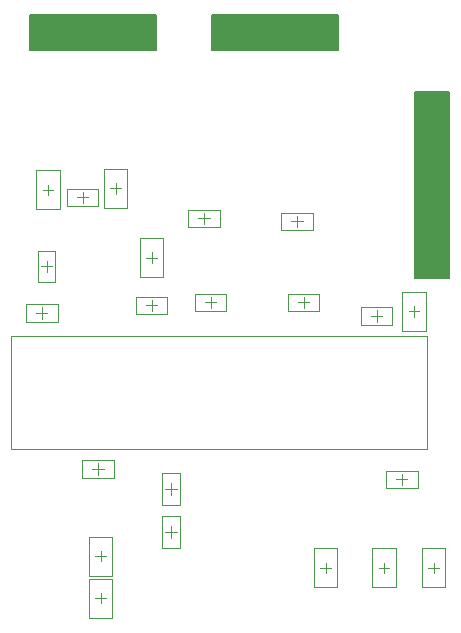
<source format=gbr>
G04*
G04 #@! TF.GenerationSoftware,Altium Limited,Altium Designer,25.3.3 (18)*
G04*
G04 Layer_Color=32768*
%FSLAX25Y25*%
%MOIN*%
G70*
G04*
G04 #@! TF.SameCoordinates,2E22F27B-A00B-49EA-A22F-E70647FCC6C8*
G04*
G04*
G04 #@! TF.FilePolarity,Positive*
G04*
G01*
G75*
%ADD13C,0.00600*%
%ADD48C,0.00394*%
%ADD50C,0.00197*%
G36*
X241000Y315700D02*
X199000D01*
Y304300D01*
X241000D01*
Y315700D01*
D02*
G37*
G36*
X327300Y290000D02*
Y228000D01*
X338700D01*
Y290000D01*
X327300D01*
D02*
G37*
G36*
X301500Y315700D02*
X259500D01*
Y304300D01*
X301500D01*
Y315700D01*
D02*
G37*
D13*
X327300Y290000D02*
X338700D01*
Y228000D02*
Y290000D01*
X327300Y228000D02*
Y290000D01*
Y228000D02*
X338700D01*
X301500Y304300D02*
Y315700D01*
X259500Y304300D02*
X301500D01*
X259500Y315700D02*
X301500D01*
X259500Y304300D02*
Y315700D01*
X241000Y304300D02*
Y315700D01*
X199000Y304300D02*
X241000D01*
X199000Y315700D02*
X241000D01*
X199000Y304300D02*
Y315700D01*
D48*
X314500Y213630D02*
Y217370D01*
X312630Y215500D02*
X316370D01*
X327000Y215228D02*
Y218772D01*
X325228Y217000D02*
X328772D01*
X205000Y255728D02*
Y259272D01*
X203228Y257500D02*
X206772D01*
X214630Y255000D02*
X218370D01*
X216500Y253130D02*
Y256870D01*
X227500Y256228D02*
Y259772D01*
X225728Y258000D02*
X229272D01*
X201031Y216492D02*
X204771D01*
X202901Y214622D02*
Y218362D01*
X219787Y164500D02*
X223528D01*
X221657Y162630D02*
Y166370D01*
X220728Y135453D02*
X224272D01*
X222500Y133681D02*
Y137224D01*
X333500Y129776D02*
Y133319D01*
X331728Y131547D02*
X335272D01*
X257287Y220000D02*
X261028D01*
X259157Y218130D02*
Y221870D01*
X255130Y248000D02*
X258870D01*
X257000Y246130D02*
Y249870D01*
X288287Y220000D02*
X292028D01*
X290158Y218130D02*
Y221870D01*
X286130Y247000D02*
X289870D01*
X288000Y245130D02*
Y248870D01*
X237630Y219000D02*
X241370D01*
X239500Y217130D02*
Y220870D01*
X320972Y161000D02*
X324713D01*
X322843Y159130D02*
Y162870D01*
X239500Y233181D02*
Y236724D01*
X237728Y234953D02*
X241272D01*
X204500Y230130D02*
Y233870D01*
X202630Y232000D02*
X206370D01*
X246000Y155972D02*
Y159713D01*
X244130Y157843D02*
X247870D01*
X246000Y141630D02*
Y145370D01*
X244130Y143500D02*
X247870D01*
X222500Y119681D02*
Y123224D01*
X220728Y121453D02*
X224272D01*
X317000Y129728D02*
Y133272D01*
X315228Y131500D02*
X318772D01*
X297500Y129776D02*
Y133319D01*
X295728Y131547D02*
X299272D01*
D50*
X309185Y212547D02*
X319815D01*
X309185Y218453D02*
X319815D01*
Y212547D02*
Y218453D01*
X309185Y212547D02*
Y218453D01*
X323063Y210504D02*
X330937D01*
X323063Y223496D02*
X330937D01*
X323063Y210504D02*
Y223496D01*
X330937Y210504D02*
Y223496D01*
X201063Y251004D02*
X208937D01*
X201063Y263996D02*
X208937D01*
X201063Y251004D02*
Y263996D01*
X208937Y251004D02*
Y263996D01*
X221815Y252047D02*
Y257953D01*
X211185Y252047D02*
Y257953D01*
Y252047D02*
X221815D01*
X211185Y257953D02*
X221815D01*
X223563Y251504D02*
X231437D01*
X223563Y264496D02*
X231437D01*
X223563Y251504D02*
Y264496D01*
X231437Y251504D02*
Y264496D01*
X197586Y213539D02*
Y219445D01*
X208216Y213539D02*
Y219445D01*
X197586D02*
X208216D01*
X197586Y213539D02*
X208216D01*
X216342Y161547D02*
Y167453D01*
X226972Y161547D02*
Y167453D01*
X216342D02*
X226972D01*
X216342Y161547D02*
X226972D01*
X192748Y208937D02*
X331252D01*
X192748Y171063D02*
Y208937D01*
Y171063D02*
X331252D01*
Y208937D01*
X226437Y128957D02*
Y141949D01*
X218563Y128957D02*
Y141949D01*
X226437D01*
X218563Y128957D02*
X226437D01*
X329563Y138043D02*
X337437D01*
X329563Y125051D02*
X337437D01*
Y138043D01*
X329563Y125051D02*
Y138043D01*
X264472Y217047D02*
Y222953D01*
X253842Y217047D02*
Y222953D01*
Y217047D02*
X264472D01*
X253842Y222953D02*
X264472D01*
X251685Y245047D02*
Y250953D01*
X262315Y245047D02*
Y250953D01*
X251685D02*
X262315D01*
X251685Y245047D02*
X262315D01*
X295472Y217047D02*
Y222953D01*
X284842Y217047D02*
Y222953D01*
Y217047D02*
X295472D01*
X284842Y222953D02*
X295472D01*
X282685Y244047D02*
Y249953D01*
X293315Y244047D02*
Y249953D01*
X282685D02*
X293315D01*
X282685Y244047D02*
X293315D01*
X244815Y216047D02*
Y221953D01*
X234185Y216047D02*
Y221953D01*
Y216047D02*
X244815D01*
X234185Y221953D02*
X244815D01*
X317528Y158047D02*
Y163953D01*
X328157Y158047D02*
Y163953D01*
X317528D02*
X328157D01*
X317528Y158047D02*
X328157D01*
X235563Y241449D02*
X243437D01*
X235563Y228457D02*
X243437D01*
Y241449D01*
X235563Y228457D02*
Y241449D01*
X201547Y226685D02*
X207453D01*
X201547Y237315D02*
X207453D01*
X201547Y226685D02*
Y237315D01*
X207453Y226685D02*
Y237315D01*
X243047Y152528D02*
X248953D01*
X243047Y163157D02*
X248953D01*
X243047Y152528D02*
Y163157D01*
X248953Y152528D02*
Y163157D01*
X243047Y138185D02*
X248953D01*
X243047Y148815D02*
X248953D01*
X243047Y138185D02*
Y148815D01*
X248953Y138185D02*
Y148815D01*
X218563Y114957D02*
X226437D01*
X218563Y127949D02*
X226437D01*
X218563Y114957D02*
Y127949D01*
X226437Y114957D02*
Y127949D01*
X313063Y125004D02*
X320937D01*
X313063Y137996D02*
X320937D01*
X313063Y125004D02*
Y137996D01*
X320937Y125004D02*
Y137996D01*
X293563Y125051D02*
X301437D01*
X293563Y138043D02*
X301437D01*
X293563Y125051D02*
Y138043D01*
X301437Y125051D02*
Y138043D01*
M02*

</source>
